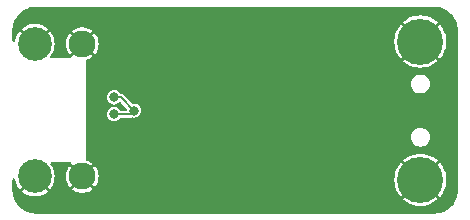
<source format=gbr>
%TF.GenerationSoftware,KiCad,Pcbnew,7.0.2*%
%TF.CreationDate,2024-06-22T12:15:53+01:00*%
%TF.ProjectId,USB HID,55534220-4849-4442-9e6b-696361645f70,rev?*%
%TF.SameCoordinates,Original*%
%TF.FileFunction,Copper,L2,Bot*%
%TF.FilePolarity,Positive*%
%FSLAX46Y46*%
G04 Gerber Fmt 4.6, Leading zero omitted, Abs format (unit mm)*
G04 Created by KiCad (PCBNEW 7.0.2) date 2024-06-22 12:15:53*
%MOMM*%
%LPD*%
G01*
G04 APERTURE LIST*
%TA.AperFunction,ComponentPad*%
%ADD10C,3.900000*%
%TD*%
%TA.AperFunction,ComponentPad*%
%ADD11C,2.280000*%
%TD*%
%TA.AperFunction,ComponentPad*%
%ADD12C,2.850000*%
%TD*%
%TA.AperFunction,ViaPad*%
%ADD13C,0.800000*%
%TD*%
%TA.AperFunction,Conductor*%
%ADD14C,0.200000*%
%TD*%
G04 APERTURE END LIST*
D10*
%TO.P,J3,MH1,MH1*%
%TO.N,GND*%
X144526000Y-68961000D03*
%TO.P,J3,MH2,MH2*%
X144526000Y-80661000D03*
%TD*%
D11*
%TO.P,J2,MH1,MH1*%
%TO.N,GND*%
X115887000Y-69147000D03*
%TO.P,J2,MH2,MH2*%
X115887000Y-80387000D03*
D12*
%TO.P,J2,MH3,MH3*%
X111887000Y-69147000D03*
%TO.P,J2,MH4,MH4*%
X111887000Y-80387000D03*
%TD*%
D13*
%TO.N,GND*%
X121031000Y-68453000D03*
X121031000Y-81026000D03*
%TO.N,DI-*%
X118591707Y-75116500D03*
X118607583Y-73679015D03*
X120269000Y-74803000D03*
%TD*%
D14*
%TO.N,DI-*%
X119955500Y-75116500D02*
X120269000Y-74803000D01*
X118591707Y-75116500D02*
X119955500Y-75116500D01*
X119145015Y-73679015D02*
X120269000Y-74803000D01*
X118607583Y-73679015D02*
X119145015Y-73679015D01*
%TD*%
%TA.AperFunction,Conductor*%
%TO.N,GND*%
G36*
X145705042Y-66004764D02*
G01*
X145784743Y-66009988D01*
X145962590Y-66022709D01*
X145977904Y-66024772D01*
X146090441Y-66047157D01*
X146231277Y-66077794D01*
X146244690Y-66081518D01*
X146358725Y-66120228D01*
X146362074Y-66121420D01*
X146489808Y-66169062D01*
X146501300Y-66174024D01*
X146611687Y-66228461D01*
X146616187Y-66230798D01*
X146733478Y-66294844D01*
X146742942Y-66300574D01*
X146846269Y-66369615D01*
X146851688Y-66373450D01*
X146957727Y-66452830D01*
X146965145Y-66458844D01*
X147058976Y-66541131D01*
X147064898Y-66546678D01*
X147158320Y-66640100D01*
X147163867Y-66646022D01*
X147246150Y-66739848D01*
X147252173Y-66747278D01*
X147289691Y-66797396D01*
X147331548Y-66853310D01*
X147335383Y-66858729D01*
X147404424Y-66962056D01*
X147410154Y-66971520D01*
X147474183Y-67088779D01*
X147476564Y-67093363D01*
X147530969Y-67203687D01*
X147535938Y-67215196D01*
X147583556Y-67342863D01*
X147584793Y-67346338D01*
X147623470Y-67460276D01*
X147627217Y-67473777D01*
X147657847Y-67614580D01*
X147662627Y-67638610D01*
X147680230Y-67727107D01*
X147682290Y-67742414D01*
X147695017Y-67920350D01*
X147700235Y-67999956D01*
X147700500Y-68008051D01*
X147700500Y-81525947D01*
X147700234Y-81534058D01*
X147695017Y-81613648D01*
X147682291Y-81791574D01*
X147680225Y-81806916D01*
X147657851Y-81919402D01*
X147627212Y-82060244D01*
X147623473Y-82073714D01*
X147584793Y-82187660D01*
X147583556Y-82191135D01*
X147535938Y-82318802D01*
X147530969Y-82330311D01*
X147476564Y-82440635D01*
X147474183Y-82445219D01*
X147410154Y-82562478D01*
X147404424Y-82571942D01*
X147335383Y-82675269D01*
X147331548Y-82680688D01*
X147252181Y-82786711D01*
X147246142Y-82794160D01*
X147163867Y-82887976D01*
X147158320Y-82893898D01*
X147064898Y-82987320D01*
X147058976Y-82992867D01*
X146965160Y-83075142D01*
X146957711Y-83081181D01*
X146851688Y-83160548D01*
X146846269Y-83164383D01*
X146742942Y-83233424D01*
X146733478Y-83239154D01*
X146616219Y-83303183D01*
X146611635Y-83305564D01*
X146501311Y-83359969D01*
X146489802Y-83364938D01*
X146362135Y-83412556D01*
X146358660Y-83413793D01*
X146244722Y-83452470D01*
X146231221Y-83456217D01*
X146090419Y-83486847D01*
X146043048Y-83496270D01*
X145977896Y-83509229D01*
X145962584Y-83511290D01*
X145784649Y-83524017D01*
X145761221Y-83525552D01*
X145705030Y-83529235D01*
X145696948Y-83529500D01*
X111986053Y-83529500D01*
X111977943Y-83529234D01*
X111898352Y-83524017D01*
X111720424Y-83511291D01*
X111705082Y-83509225D01*
X111647195Y-83497710D01*
X111592600Y-83486851D01*
X111451746Y-83456210D01*
X111438284Y-83452473D01*
X111438275Y-83452470D01*
X111367362Y-83428398D01*
X111324338Y-83413793D01*
X111320863Y-83412556D01*
X111193196Y-83364938D01*
X111181687Y-83359969D01*
X111116947Y-83328043D01*
X111071348Y-83305556D01*
X111066779Y-83303183D01*
X110949520Y-83239154D01*
X110940056Y-83233424D01*
X110836726Y-83164381D01*
X110831307Y-83160546D01*
X110725292Y-83081185D01*
X110717843Y-83075146D01*
X110717838Y-83075142D01*
X110624014Y-82992860D01*
X110618092Y-82987313D01*
X110524685Y-82893906D01*
X110519138Y-82887984D01*
X110482376Y-82846065D01*
X110436845Y-82794146D01*
X110430817Y-82786711D01*
X110351450Y-82680688D01*
X110347617Y-82675272D01*
X110278574Y-82571942D01*
X110272844Y-82562478D01*
X110208798Y-82445187D01*
X110206461Y-82440687D01*
X110152024Y-82330300D01*
X110147060Y-82318802D01*
X110141005Y-82302567D01*
X110099420Y-82191074D01*
X110098228Y-82187725D01*
X110059522Y-82073703D01*
X110055786Y-82060240D01*
X110025157Y-81919441D01*
X110002767Y-81806879D01*
X110000709Y-81791593D01*
X109987988Y-81613743D01*
X109982763Y-81534012D01*
X109982500Y-81525966D01*
X109982500Y-80670753D01*
X110002185Y-80603713D01*
X110054989Y-80557959D01*
X110124147Y-80548015D01*
X110187703Y-80577040D01*
X110225477Y-80635818D01*
X110227391Y-80643160D01*
X110281927Y-80882101D01*
X110373644Y-81115791D01*
X110499168Y-81333206D01*
X110616671Y-81480551D01*
X111129521Y-80967700D01*
X111131889Y-80971499D01*
X111265005Y-81111537D01*
X111308773Y-81142001D01*
X110793461Y-81657313D01*
X110839726Y-81700240D01*
X111047151Y-81841659D01*
X111273340Y-81950586D01*
X111513230Y-82024582D01*
X111761475Y-82062000D01*
X112012525Y-82062000D01*
X112260769Y-82024582D01*
X112500660Y-81950586D01*
X112726846Y-81841661D01*
X112934275Y-81700237D01*
X112980537Y-81657312D01*
X112465577Y-81142352D01*
X112579104Y-81044894D01*
X112641308Y-80964532D01*
X113157326Y-81480551D01*
X113274832Y-81333206D01*
X113400355Y-81115791D01*
X113492072Y-80882101D01*
X113547936Y-80637344D01*
X113566697Y-80386999D01*
X113547936Y-80136655D01*
X113492072Y-79891898D01*
X113400355Y-79658208D01*
X113274831Y-79440793D01*
X113224486Y-79377663D01*
X113198077Y-79312976D01*
X113210832Y-79244281D01*
X113258702Y-79193387D01*
X113321385Y-79176349D01*
X114872841Y-79175795D01*
X114939885Y-79195456D01*
X114985659Y-79248243D01*
X114996645Y-79307477D01*
X114995920Y-79319143D01*
X115444901Y-79768124D01*
X115395156Y-79800843D01*
X115273236Y-79930070D01*
X115265936Y-79942713D01*
X114818548Y-79495325D01*
X114818546Y-79495325D01*
X114786338Y-79530313D01*
X114660340Y-79723168D01*
X114567809Y-79934119D01*
X114511258Y-80157433D01*
X114492235Y-80387000D01*
X114511258Y-80616566D01*
X114567809Y-80839880D01*
X114660341Y-81050834D01*
X114786333Y-81243681D01*
X114818547Y-81278673D01*
X114818548Y-81278673D01*
X115268422Y-80828799D01*
X115330433Y-80912094D01*
X115443666Y-81007109D01*
X114995921Y-81454854D01*
X115124136Y-81554649D01*
X115326731Y-81664288D01*
X115544604Y-81739084D01*
X115771821Y-81777000D01*
X116002179Y-81777000D01*
X116229395Y-81739084D01*
X116447268Y-81664288D01*
X116649863Y-81554649D01*
X116778077Y-81454855D01*
X116778078Y-81454854D01*
X116329098Y-81005875D01*
X116378844Y-80973157D01*
X116500764Y-80843930D01*
X116508063Y-80831286D01*
X116955450Y-81278674D01*
X116955451Y-81278673D01*
X116987665Y-81243681D01*
X117113658Y-81050834D01*
X117206190Y-80839880D01*
X117250461Y-80665058D01*
X142321546Y-80665058D01*
X142339876Y-80944720D01*
X142340934Y-80952756D01*
X142395609Y-81227631D01*
X142397712Y-81235478D01*
X142487798Y-81500862D01*
X142490899Y-81508351D01*
X142614860Y-81759719D01*
X142618910Y-81766734D01*
X142774618Y-81999766D01*
X142779559Y-82006206D01*
X142884432Y-82125789D01*
X143519776Y-81490445D01*
X143526338Y-81499816D01*
X143687184Y-81660662D01*
X143696553Y-81667222D01*
X143061209Y-82302566D01*
X143061209Y-82302567D01*
X143180793Y-82407440D01*
X143187233Y-82412381D01*
X143420265Y-82568089D01*
X143427280Y-82572139D01*
X143678648Y-82696100D01*
X143686137Y-82699201D01*
X143951521Y-82789287D01*
X143959368Y-82791390D01*
X144234243Y-82846065D01*
X144242279Y-82847123D01*
X144521942Y-82865454D01*
X144530058Y-82865454D01*
X144809720Y-82847123D01*
X144817756Y-82846065D01*
X145092631Y-82791390D01*
X145100478Y-82789287D01*
X145365862Y-82699201D01*
X145373351Y-82696100D01*
X145624719Y-82572139D01*
X145631734Y-82568089D01*
X145864766Y-82412381D01*
X145871205Y-82407440D01*
X145990789Y-82302567D01*
X145990789Y-82302566D01*
X145355445Y-81667222D01*
X145364816Y-81660662D01*
X145525662Y-81499816D01*
X145532222Y-81490446D01*
X146167566Y-82125789D01*
X146167567Y-82125789D01*
X146272440Y-82006205D01*
X146277381Y-81999766D01*
X146433089Y-81766734D01*
X146437139Y-81759719D01*
X146561100Y-81508351D01*
X146564201Y-81500862D01*
X146654287Y-81235478D01*
X146656390Y-81227631D01*
X146711065Y-80952756D01*
X146712123Y-80944720D01*
X146730454Y-80665058D01*
X146730454Y-80656941D01*
X146712123Y-80377279D01*
X146711065Y-80369243D01*
X146656390Y-80094368D01*
X146654287Y-80086521D01*
X146564201Y-79821137D01*
X146561100Y-79813648D01*
X146437139Y-79562280D01*
X146433089Y-79555265D01*
X146277381Y-79322233D01*
X146272440Y-79315793D01*
X146167566Y-79196209D01*
X145532222Y-79831553D01*
X145525662Y-79822184D01*
X145364816Y-79661338D01*
X145355445Y-79654776D01*
X145990789Y-79019432D01*
X145990789Y-79019431D01*
X145871206Y-78914559D01*
X145864766Y-78909618D01*
X145631734Y-78753910D01*
X145624719Y-78749860D01*
X145373351Y-78625899D01*
X145365862Y-78622798D01*
X145100478Y-78532712D01*
X145092631Y-78530609D01*
X144817756Y-78475934D01*
X144809720Y-78474876D01*
X144530058Y-78456546D01*
X144521942Y-78456546D01*
X144242279Y-78474876D01*
X144234243Y-78475934D01*
X143959368Y-78530609D01*
X143951521Y-78532712D01*
X143686137Y-78622798D01*
X143678648Y-78625899D01*
X143427280Y-78749860D01*
X143420265Y-78753910D01*
X143187227Y-78909622D01*
X143180800Y-78914554D01*
X143061208Y-79019431D01*
X143061208Y-79019432D01*
X143696553Y-79654777D01*
X143687184Y-79661338D01*
X143526338Y-79822184D01*
X143519777Y-79831553D01*
X142884432Y-79196208D01*
X142884431Y-79196208D01*
X142779554Y-79315800D01*
X142774622Y-79322227D01*
X142618910Y-79555265D01*
X142614860Y-79562280D01*
X142490899Y-79813648D01*
X142487798Y-79821137D01*
X142397712Y-80086521D01*
X142395609Y-80094368D01*
X142340934Y-80369243D01*
X142339876Y-80377279D01*
X142321546Y-80656941D01*
X142321546Y-80665058D01*
X117250461Y-80665058D01*
X117262741Y-80616566D01*
X117281764Y-80387000D01*
X117262741Y-80157433D01*
X117206190Y-79934119D01*
X117113658Y-79723165D01*
X116987666Y-79530318D01*
X116955451Y-79495325D01*
X116955449Y-79495325D01*
X116505576Y-79945198D01*
X116443567Y-79861906D01*
X116330332Y-79766890D01*
X116778077Y-79319144D01*
X116649863Y-79219350D01*
X116447268Y-79109711D01*
X116289237Y-79055458D01*
X116232221Y-79015072D01*
X116206091Y-78950272D01*
X116205500Y-78938177D01*
X116205500Y-77060999D01*
X143720434Y-77060999D01*
X143740631Y-77240251D01*
X143740631Y-77240253D01*
X143740632Y-77240255D01*
X143800211Y-77410522D01*
X143800212Y-77410523D01*
X143896185Y-77563264D01*
X144023735Y-77690814D01*
X144023737Y-77690815D01*
X144023738Y-77690816D01*
X144176478Y-77786789D01*
X144346745Y-77846368D01*
X144481046Y-77861500D01*
X144484530Y-77861500D01*
X144567470Y-77861500D01*
X144570954Y-77861500D01*
X144705255Y-77846368D01*
X144875522Y-77786789D01*
X145028262Y-77690816D01*
X145155816Y-77563262D01*
X145251789Y-77410522D01*
X145311368Y-77240255D01*
X145331565Y-77061000D01*
X145311368Y-76881745D01*
X145251789Y-76711478D01*
X145155816Y-76558738D01*
X145155815Y-76558737D01*
X145155814Y-76558735D01*
X145028264Y-76431185D01*
X144965867Y-76391979D01*
X144875522Y-76335211D01*
X144705255Y-76275632D01*
X144705251Y-76275631D01*
X144705250Y-76275631D01*
X144574420Y-76260890D01*
X144574410Y-76260889D01*
X144570954Y-76260500D01*
X144481046Y-76260500D01*
X144477590Y-76260889D01*
X144477579Y-76260890D01*
X144346749Y-76275631D01*
X144346746Y-76275631D01*
X144346745Y-76275632D01*
X144176478Y-76335211D01*
X144176476Y-76335211D01*
X144176476Y-76335212D01*
X144023735Y-76431185D01*
X143896185Y-76558735D01*
X143800212Y-76711476D01*
X143740631Y-76881748D01*
X143720434Y-77060999D01*
X116205500Y-77060999D01*
X116205500Y-75116499D01*
X117986024Y-75116499D01*
X118006663Y-75273262D01*
X118067170Y-75419340D01*
X118163424Y-75544782D01*
X118288866Y-75641035D01*
X118288866Y-75641036D01*
X118434945Y-75701544D01*
X118591707Y-75722182D01*
X118748469Y-75701544D01*
X118894548Y-75641036D01*
X119019989Y-75544782D01*
X119080813Y-75465513D01*
X119137240Y-75424311D01*
X119179189Y-75417000D01*
X119886257Y-75417000D01*
X119903077Y-75419743D01*
X119913262Y-75419272D01*
X119913265Y-75419273D01*
X119959580Y-75417131D01*
X119965305Y-75417000D01*
X119984324Y-75417000D01*
X119998818Y-75415317D01*
X120025492Y-75414085D01*
X120031830Y-75411286D01*
X120059133Y-75402832D01*
X120088721Y-75397302D01*
X120089063Y-75399136D01*
X120121802Y-75390116D01*
X120135900Y-75391159D01*
X120269000Y-75408682D01*
X120425762Y-75388044D01*
X120571841Y-75327536D01*
X120697282Y-75231282D01*
X120793536Y-75105841D01*
X120854044Y-74959762D01*
X120874682Y-74803000D01*
X120854044Y-74646238D01*
X120793536Y-74500159D01*
X120774938Y-74475922D01*
X120697282Y-74374717D01*
X120571840Y-74278463D01*
X120425762Y-74217956D01*
X120268999Y-74197317D01*
X120169938Y-74210359D01*
X120100902Y-74199593D01*
X120066072Y-74175101D01*
X119406465Y-73515494D01*
X119396512Y-73501660D01*
X119354696Y-73463539D01*
X119350555Y-73459584D01*
X119337125Y-73446154D01*
X119325693Y-73437098D01*
X119305949Y-73419099D01*
X119299483Y-73416594D01*
X119274207Y-73403271D01*
X119268496Y-73399359D01*
X119268495Y-73399358D01*
X119268493Y-73399357D01*
X119242499Y-73393243D01*
X119226102Y-73388166D01*
X119201188Y-73378515D01*
X119195065Y-73378515D01*
X119128026Y-73358830D01*
X119096689Y-73330001D01*
X119063531Y-73286789D01*
X119035865Y-73250733D01*
X118957780Y-73190816D01*
X118910423Y-73154478D01*
X118764345Y-73093971D01*
X118607583Y-73073332D01*
X118450820Y-73093971D01*
X118304742Y-73154478D01*
X118179300Y-73250732D01*
X118083046Y-73376174D01*
X118022539Y-73522252D01*
X118001900Y-73679014D01*
X118022539Y-73835777D01*
X118083046Y-73981855D01*
X118179300Y-74107297D01*
X118215877Y-74135363D01*
X118304742Y-74203551D01*
X118450821Y-74264059D01*
X118524610Y-74273773D01*
X118588506Y-74302039D01*
X118600083Y-74319591D01*
X118608554Y-74306061D01*
X118671760Y-74276283D01*
X118674634Y-74275869D01*
X118764345Y-74264059D01*
X118910424Y-74203551D01*
X119013226Y-74124667D01*
X119078393Y-74099474D01*
X119146838Y-74113512D01*
X119176392Y-74135363D01*
X119641101Y-74600072D01*
X119674586Y-74661395D01*
X119676360Y-74703935D01*
X119675801Y-74708182D01*
X119647536Y-74772079D01*
X119589213Y-74810552D01*
X119552861Y-74816000D01*
X119179189Y-74816000D01*
X119112150Y-74796315D01*
X119080813Y-74767486D01*
X119019988Y-74688217D01*
X118894547Y-74591963D01*
X118748469Y-74531456D01*
X118674679Y-74521741D01*
X118610782Y-74493474D01*
X118599205Y-74475922D01*
X118590736Y-74489452D01*
X118527531Y-74519231D01*
X118524610Y-74519651D01*
X118434944Y-74531456D01*
X118288866Y-74591963D01*
X118163424Y-74688217D01*
X118067170Y-74813659D01*
X118006663Y-74959737D01*
X117986024Y-75116499D01*
X116205500Y-75116499D01*
X116205500Y-72560999D01*
X143720434Y-72560999D01*
X143740631Y-72740251D01*
X143740631Y-72740253D01*
X143740632Y-72740255D01*
X143800211Y-72910522D01*
X143800212Y-72910523D01*
X143896185Y-73063264D01*
X144023735Y-73190814D01*
X144023737Y-73190815D01*
X144023738Y-73190816D01*
X144176478Y-73286789D01*
X144346745Y-73346368D01*
X144481046Y-73361500D01*
X144484530Y-73361500D01*
X144567470Y-73361500D01*
X144570954Y-73361500D01*
X144705255Y-73346368D01*
X144875522Y-73286789D01*
X145028262Y-73190816D01*
X145155816Y-73063262D01*
X145251789Y-72910522D01*
X145311368Y-72740255D01*
X145331565Y-72561000D01*
X145311368Y-72381745D01*
X145251789Y-72211478D01*
X145155816Y-72058738D01*
X145155815Y-72058737D01*
X145155814Y-72058735D01*
X145028264Y-71931185D01*
X144965867Y-71891979D01*
X144875522Y-71835211D01*
X144705255Y-71775632D01*
X144705251Y-71775631D01*
X144705250Y-71775631D01*
X144574420Y-71760890D01*
X144574410Y-71760889D01*
X144570954Y-71760500D01*
X144481046Y-71760500D01*
X144477590Y-71760889D01*
X144477579Y-71760890D01*
X144346749Y-71775631D01*
X144346746Y-71775631D01*
X144346745Y-71775632D01*
X144176478Y-71835211D01*
X144176476Y-71835211D01*
X144176476Y-71835212D01*
X144023735Y-71931185D01*
X143896185Y-72058735D01*
X143800212Y-72211476D01*
X143740631Y-72381748D01*
X143720434Y-72560999D01*
X116205500Y-72560999D01*
X116205500Y-70595822D01*
X116225185Y-70528783D01*
X116277989Y-70483028D01*
X116289237Y-70478541D01*
X116447268Y-70424288D01*
X116649863Y-70314649D01*
X116778077Y-70214855D01*
X116778078Y-70214854D01*
X116329098Y-69765875D01*
X116378844Y-69733157D01*
X116500764Y-69603930D01*
X116508063Y-69591286D01*
X116955450Y-70038674D01*
X116955451Y-70038673D01*
X116987665Y-70003681D01*
X117113658Y-69810834D01*
X117206190Y-69599880D01*
X117262741Y-69376566D01*
X117281764Y-69147000D01*
X117266687Y-68965058D01*
X142321546Y-68965058D01*
X142339876Y-69244720D01*
X142340934Y-69252756D01*
X142395609Y-69527631D01*
X142397712Y-69535478D01*
X142487798Y-69800862D01*
X142490899Y-69808351D01*
X142614860Y-70059719D01*
X142618910Y-70066734D01*
X142774618Y-70299766D01*
X142779559Y-70306206D01*
X142884432Y-70425789D01*
X143519776Y-69790445D01*
X143526338Y-69799816D01*
X143687184Y-69960662D01*
X143696553Y-69967222D01*
X143061209Y-70602566D01*
X143061209Y-70602567D01*
X143180793Y-70707440D01*
X143187233Y-70712381D01*
X143420265Y-70868089D01*
X143427280Y-70872139D01*
X143678648Y-70996100D01*
X143686137Y-70999201D01*
X143951521Y-71089287D01*
X143959368Y-71091390D01*
X144234243Y-71146065D01*
X144242279Y-71147123D01*
X144521942Y-71165454D01*
X144530058Y-71165454D01*
X144809720Y-71147123D01*
X144817756Y-71146065D01*
X145092631Y-71091390D01*
X145100478Y-71089287D01*
X145365862Y-70999201D01*
X145373351Y-70996100D01*
X145624719Y-70872139D01*
X145631734Y-70868089D01*
X145864766Y-70712381D01*
X145871205Y-70707440D01*
X145990789Y-70602567D01*
X145990789Y-70602566D01*
X145355445Y-69967222D01*
X145364816Y-69960662D01*
X145525662Y-69799816D01*
X145532222Y-69790446D01*
X146167566Y-70425789D01*
X146167567Y-70425789D01*
X146272440Y-70306205D01*
X146277381Y-70299766D01*
X146433089Y-70066734D01*
X146437139Y-70059719D01*
X146561100Y-69808351D01*
X146564201Y-69800862D01*
X146654287Y-69535478D01*
X146656390Y-69527631D01*
X146711065Y-69252756D01*
X146712123Y-69244720D01*
X146730454Y-68965058D01*
X146730454Y-68956941D01*
X146712123Y-68677279D01*
X146711065Y-68669243D01*
X146656390Y-68394368D01*
X146654287Y-68386521D01*
X146564201Y-68121137D01*
X146561100Y-68113648D01*
X146437139Y-67862280D01*
X146433089Y-67855265D01*
X146277381Y-67622233D01*
X146272440Y-67615793D01*
X146167566Y-67496209D01*
X145532222Y-68131552D01*
X145525662Y-68122184D01*
X145364816Y-67961338D01*
X145355444Y-67954776D01*
X145990789Y-67319432D01*
X145990789Y-67319431D01*
X145871206Y-67214559D01*
X145864766Y-67209618D01*
X145631734Y-67053910D01*
X145624719Y-67049860D01*
X145373351Y-66925899D01*
X145365862Y-66922798D01*
X145100478Y-66832712D01*
X145092631Y-66830609D01*
X144817756Y-66775934D01*
X144809720Y-66774876D01*
X144530058Y-66756546D01*
X144521942Y-66756546D01*
X144242279Y-66774876D01*
X144234243Y-66775934D01*
X143959368Y-66830609D01*
X143951521Y-66832712D01*
X143686137Y-66922798D01*
X143678648Y-66925899D01*
X143427280Y-67049860D01*
X143420265Y-67053910D01*
X143187227Y-67209622D01*
X143180800Y-67214554D01*
X143061208Y-67319431D01*
X143061208Y-67319432D01*
X143696553Y-67954777D01*
X143687184Y-67961338D01*
X143526338Y-68122184D01*
X143519777Y-68131553D01*
X142884432Y-67496208D01*
X142884431Y-67496208D01*
X142779554Y-67615800D01*
X142774622Y-67622227D01*
X142618910Y-67855265D01*
X142614860Y-67862280D01*
X142490899Y-68113648D01*
X142487798Y-68121137D01*
X142397712Y-68386521D01*
X142395609Y-68394368D01*
X142340934Y-68669243D01*
X142339876Y-68677279D01*
X142321546Y-68956941D01*
X142321546Y-68965058D01*
X117266687Y-68965058D01*
X117262741Y-68917433D01*
X117206190Y-68694119D01*
X117113658Y-68483165D01*
X116987666Y-68290318D01*
X116955451Y-68255325D01*
X116955449Y-68255325D01*
X116505576Y-68705198D01*
X116443567Y-68621906D01*
X116330332Y-68526890D01*
X116778077Y-68079144D01*
X116649863Y-67979350D01*
X116447268Y-67869711D01*
X116229395Y-67794915D01*
X116002179Y-67757000D01*
X115771821Y-67757000D01*
X115544604Y-67794915D01*
X115326731Y-67869711D01*
X115124137Y-67979349D01*
X114995921Y-68079143D01*
X114995921Y-68079144D01*
X115444901Y-68528124D01*
X115395156Y-68560843D01*
X115273236Y-68690070D01*
X115265936Y-68702713D01*
X114818548Y-68255325D01*
X114818546Y-68255325D01*
X114786338Y-68290313D01*
X114660340Y-68483168D01*
X114567809Y-68694119D01*
X114511258Y-68917433D01*
X114492235Y-69147000D01*
X114511258Y-69376566D01*
X114567809Y-69599880D01*
X114660341Y-69810834D01*
X114786333Y-70003681D01*
X114818547Y-70038673D01*
X114818548Y-70038673D01*
X115268422Y-69588799D01*
X115330433Y-69672094D01*
X115443666Y-69767109D01*
X114995920Y-70214855D01*
X114996645Y-70226519D01*
X114981152Y-70294650D01*
X114931284Y-70343588D01*
X114872839Y-70358202D01*
X113321390Y-70357648D01*
X113254357Y-70337939D01*
X113208621Y-70285119D01*
X113198702Y-70215957D01*
X113224488Y-70156334D01*
X113274831Y-70093206D01*
X113400355Y-69875791D01*
X113492072Y-69642101D01*
X113547936Y-69397344D01*
X113566697Y-69146999D01*
X113547936Y-68896655D01*
X113492072Y-68651898D01*
X113400355Y-68418208D01*
X113274831Y-68200793D01*
X113157327Y-68053447D01*
X112644477Y-68566296D01*
X112642111Y-68562501D01*
X112508995Y-68422463D01*
X112465224Y-68391997D01*
X112980536Y-67876686D01*
X112934276Y-67833761D01*
X112726846Y-67692339D01*
X112500660Y-67583413D01*
X112260769Y-67509417D01*
X112012525Y-67472000D01*
X111761475Y-67472000D01*
X111513230Y-67509417D01*
X111273340Y-67583413D01*
X111047154Y-67692338D01*
X110839724Y-67833762D01*
X110793461Y-67876686D01*
X111308422Y-68391647D01*
X111194896Y-68489106D01*
X111132691Y-68569467D01*
X110616671Y-68053447D01*
X110499170Y-68200790D01*
X110373644Y-68418209D01*
X110281927Y-68651898D01*
X110227391Y-68890839D01*
X110193282Y-68951817D01*
X110131621Y-68984675D01*
X110061984Y-68978980D01*
X110006480Y-68936540D01*
X109982732Y-68870830D01*
X109982500Y-68863246D01*
X109982500Y-68008065D01*
X109982765Y-67999956D01*
X109982766Y-67999943D01*
X109987991Y-67920208D01*
X110000709Y-67742405D01*
X110002770Y-67727101D01*
X110025163Y-67614523D01*
X110055795Y-67473717D01*
X110059515Y-67460318D01*
X110098243Y-67346230D01*
X110099404Y-67342967D01*
X110147068Y-67215177D01*
X110152017Y-67203713D01*
X110206481Y-67093272D01*
X110208777Y-67088851D01*
X110272855Y-66971501D01*
X110278562Y-66962075D01*
X110347639Y-66858694D01*
X110351425Y-66853344D01*
X110430850Y-66747246D01*
X110436823Y-66739878D01*
X110519161Y-66645989D01*
X110524648Y-66640131D01*
X110618131Y-66546648D01*
X110623989Y-66541161D01*
X110717878Y-66458823D01*
X110725246Y-66452850D01*
X110831344Y-66373425D01*
X110836694Y-66369639D01*
X110940075Y-66300562D01*
X110949501Y-66294855D01*
X111066851Y-66230777D01*
X111071272Y-66228481D01*
X111181713Y-66174017D01*
X111193177Y-66169068D01*
X111320967Y-66121404D01*
X111324230Y-66120243D01*
X111438305Y-66081519D01*
X111451754Y-66077787D01*
X111592546Y-66047159D01*
X111705125Y-66024766D01*
X111720402Y-66022709D01*
X111898208Y-66009991D01*
X111974267Y-66005006D01*
X111977958Y-66004765D01*
X111986063Y-66004500D01*
X145696935Y-66004500D01*
X145705042Y-66004764D01*
G37*
%TD.AperFunction*%
%TD*%
M02*

</source>
